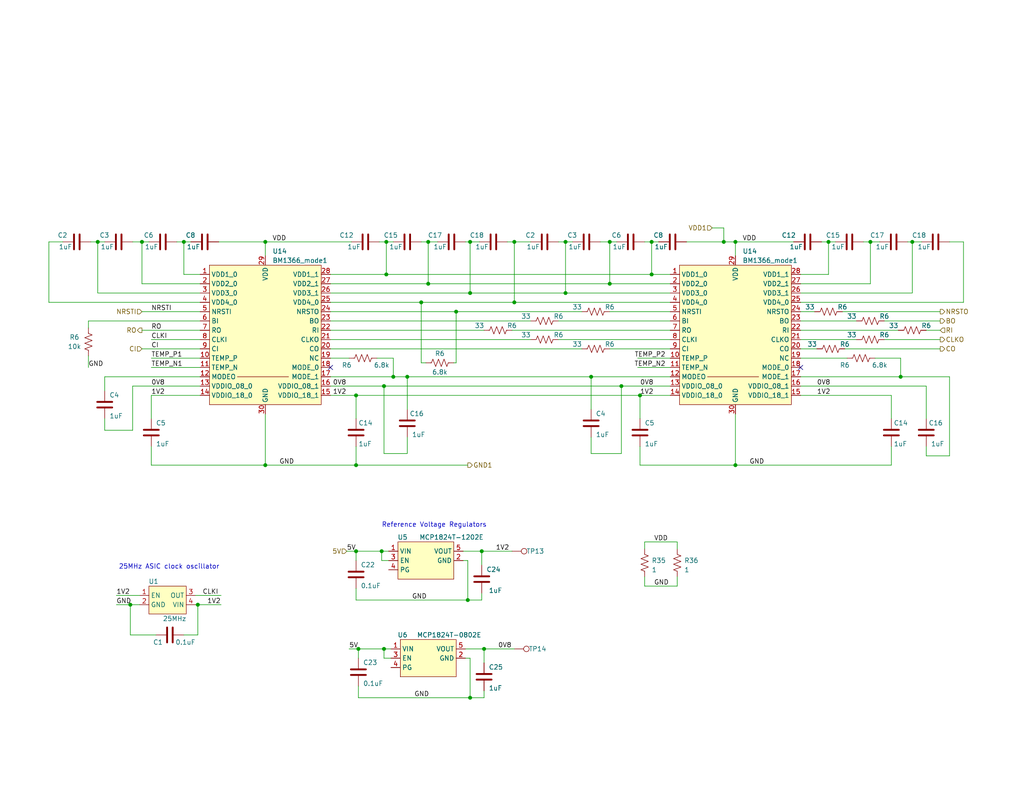
<source format=kicad_sch>
(kicad_sch (version 20230121) (generator eeschema)
  (paper "A")
  (title_block (title "bitaxeUltraHex") (date "2023-06-11") (rev "1"))
  (lib_symbols
    (symbol "Connector:TestPoint" (pin_numbers hide) (pin_names (offset 0.762) hide)
      (property "Reference" "TP" (at 0 6.858 0))
      (property "Value" "TestPoint" (at 0 5.08 0))
      (symbol "TestPoint_0_1"
        (circle (center 0 3.302) (radius 0.762))
      )
      (symbol "TestPoint_1_1"
        (pin passive line (at 0 0 90) (length 2.54) (name "1") (number "1"))
      )
    )
    (symbol "Device:C" (pin_numbers hide) (pin_names (offset 0.254))
      (property "Reference" "C" (at 0.635 2.54 0))
      (property "Value" "C" (at 0.635 -2.54 0))
      (symbol "C_0_1"
        (polyline (pts (xy -2.032 -0.762) (xy 2.032 -0.762)) (stroke (width 0.508)))
        (polyline (pts (xy -2.032 0.762) (xy 2.032 0.762)) (stroke (width 0.508)))
      )
      (symbol "C_1_1"
        (pin passive line (at 0 3.81 270) (length 2.794) (name "~") (number "1"))
        (pin passive line (at 0 -3.81 90) (length 2.794) (name "~") (number "2"))
      )
    )
    (symbol "Device:R_US" (pin_numbers hide) (pin_names (offset 0))
      (property "Reference" "R" (at 2.54 0 90))
      (property "Value" "R_US" (at -2.54 0 90))
      (symbol "R_US_0_1"
        (polyline (pts (xy 0 -2.286) (xy 0 -2.54)))
        (polyline (pts (xy 0 2.286) (xy 0 2.54)))
        (polyline (pts (xy 0 -0.762) (xy 1.016 -1.143) (xy 0 -1.524) (xy -1.016 -1.905) (xy 0 -2.286)))
        (polyline (pts (xy 0 0.762) (xy 1.016 0.381) (xy 0 0) (xy -1.016 -0.381) (xy 0 -0.762)))
        (polyline (pts (xy 0 2.286) (xy 1.016 1.905) (xy 0 1.524) (xy -1.016 1.143) (xy 0 0.762)))
      )
      (symbol "R_US_1_1"
        (pin passive line (at 0 3.81 270) (length 1.27) (name "~") (number "1"))
        (pin passive line (at 0 -3.81 90) (length 1.27) (name "~") (number "2"))
      )
    )
    (symbol "MCP1824_1"
      (property "Reference" "U" (at -7.62 5.08 0))
      (property "Value" "MCP1824_1" (at 5.08 5.08 0))
      (symbol "MCP1824_1_0_1"
        (rectangle (start -7.62 3.81) (end 7.62 -6.35) (stroke (width 0.1524)) (fill (type background)))
      )
      (symbol "MCP1824_1_1_0"
        (pin bidirectional line (at -10.16 1.27 0) (length 2.54) (name "VIN") (number "1"))
        (pin bidirectional line (at 10.16 -1.27 180) (length 2.54) (name "GND") (number "2"))
        (pin bidirectional line (at -10.16 -1.27 0) (length 2.54) (name "EN") (number "3"))
        (pin bidirectional line (at -10.16 -3.81 0) (length 2.54) (name "PG") (number "4"))
        (pin bidirectional line (at 10.16 1.27 180) (length 2.54) (name "VOUT") (number "5"))
      )
    )
    (symbol "bitaxe:BM1366_mode1"
      (property "Reference" "U" (at -13.97 21.59 0))
      (property "Value" "BM1366_mode1" (at -11.43 -19.05 0))
      (symbol "BM1366_mode1_0_1"
        (rectangle (start -15.24 20.32) (end 15.24 -17.78) (fill (type background)))
        (polyline (pts (xy -7.62 -10.16) (xy 6.35 -10.16)))
      )
      (symbol "BM1366_mode1_1_1"
        (pin input line (at -17.78 17.78 0) (length 2.54) (name "VDD1_0") (number "1"))
        (pin input line (at -17.78 -5.08 0) (length 2.54) (name "TEMP_P") (number "10"))
        (pin input line (at -17.78 -7.62 0) (length 2.54) (name "TEMP_N") (number "11"))
        (pin input line (at -17.78 -10.16 0) (length 2.54) (name "MODEO") (number "12"))
        (pin input line (at -17.78 -12.7 0) (length 2.54) (name "VDDIO_08_0") (number "13"))
        (pin input line (at -17.78 -15.24 0) (length 2.54) (name "VDDIO_18_0") (number "14"))
        (pin input line (at 17.78 -15.24 180) (length 2.54) (name "VDDIO_18_1") (number "15"))
        (pin input line (at 17.78 -12.7 180) (length 2.54) (name "VDDIO_08_1") (number "16"))
        (pin input line (at 17.78 -10.16 180) (length 2.54) (name "MODE_1") (number "17"))
        (pin input line (at 17.78 -7.62 180) (length 2.54) (name "MODE_0") (number "18"))
        (pin input line (at 17.78 -5.08 180) (length 2.54) (name "NC") (number "19"))
        (pin input line (at -17.78 15.24 0) (length 2.54) (name "VDD2_0") (number "2"))
        (pin input line (at 17.78 -2.54 180) (length 2.54) (name "CO") (number "20"))
        (pin input line (at 17.78 0 180) (length 2.54) (name "CLKO") (number "21"))
        (pin input line (at 17.78 2.54 180) (length 2.54) (name "RI") (number "22"))
        (pin input line (at 17.78 5.08 180) (length 2.54) (name "BO") (number "23"))
        (pin input line (at 17.78 7.62 180) (length 2.54) (name "NRSTO") (number "24"))
        (pin input line (at 17.78 10.16 180) (length 2.54) (name "VDD4_0") (number "25"))
        (pin input line (at 17.78 12.7 180) (length 2.54) (name "VDD3_1") (number "26"))
        (pin input line (at 17.78 15.24 180) (length 2.54) (name "VDD2_1") (number "27"))
        (pin input line (at 17.78 17.78 180) (length 2.54) (name "VDD1_1") (number "28"))
        (pin input line (at 0 22.86 270) (length 2.54) (name "VDD") (number "29"))
        (pin input line (at -17.78 12.7 0) (length 2.54) (name "VDD3_0") (number "3"))
        (pin input line (at 0 -20.32 90) (length 2.54) (name "GND") (number "30"))
        (pin input line (at -17.78 10.16 0) (length 2.54) (name "VDD4_0") (number "4"))
        (pin input line (at -17.78 7.62 0) (length 2.54) (name "NRSTI") (number "5"))
        (pin input line (at -17.78 5.08 0) (length 2.54) (name "BI") (number "6"))
        (pin input line (at -17.78 2.54 0) (length 2.54) (name "RO") (number "7"))
        (pin input line (at -17.78 0 0) (length 2.54) (name "CLKI") (number "8"))
        (pin input line (at -17.78 -2.54 0) (length 2.54) (name "CI") (number "9"))
      )
    )
    (symbol "bitaxe:MCP1824"
      (property "Reference" "U" (at -7.62 5.08 0))
      (property "Value" "MCP1824" (at 5.08 5.08 0))
      (symbol "MCP1824_0_1"
        (rectangle (start -7.62 3.81) (end 7.62 -6.35) (stroke (width 0.1524)) (fill (type background)))
      )
      (symbol "MCP1824_1_0"
        (pin bidirectional line (at -10.16 1.27 0) (length 2.54) (name "VIN") (number "1"))
        (pin bidirectional line (at 10.16 -1.27 180) (length 2.54) (name "GND") (number "2"))
        (pin bidirectional line (at -10.16 -1.27 0) (length 2.54) (name "EN") (number "3"))
        (pin bidirectional line (at -10.16 -3.81 0) (length 2.54) (name "PG") (number "4"))
        (pin bidirectional line (at 10.16 1.27 180) (length 2.54) (name "VOUT") (number "5"))
      )
    )
    (symbol "bitaxe:oscillator"
      (property "Reference" "U" (at -3.81 5.08 0))
      (property "Value" "oscillator" (at 0 -5.08 0))
      (symbol "oscillator_0_1"
        (rectangle (start -5.08 3.81) (end 5.08 -3.81) (stroke (width 0.1524)) (fill (type background)))
      )
      (symbol "oscillator_1_0"
        (pin bidirectional line (at -7.62 1.27 0) (length 2.54) (name "EN") (number "1"))
        (pin bidirectional line (at -7.62 -1.27 0) (length 2.54) (name "GND") (number "2"))
        (pin bidirectional line (at 7.62 1.27 180) (length 2.54) (name "OUT") (number "3"))
        (pin bidirectional line (at 7.62 -1.27 180) (length 2.54) (name "VIN") (number "4"))
      )
    )
  )
  (junction (at 128.27 190.5) (diameter 0.9144))
  (junction (at 174.625 107.95))
  (junction (at 97.155 127))
  (junction (at 116.84 66.04))
  (junction (at 132.08 177.165) (diameter 0.9144))
  (junction (at 97.155 150.495) (diameter 0.9144))
  (junction (at 237.49 66.04))
  (junction (at 248.92 66.04))
  (junction (at 114.935 82.55))
  (junction (at 166.37 66.04))
  (junction (at 140.335 82.55))
  (junction (at 97.79 177.165) (diameter 0.9144))
  (junction (at 53.975 165.1))
  (junction (at 104.14 150.495))
  (junction (at 128.27 66.04))
  (junction (at 35.56 165.1))
  (junction (at 154.305 80.01))
  (junction (at 131.445 150.495) (diameter 0.9144))
  (junction (at 104.775 177.165))
  (junction (at 38.735 66.04))
  (junction (at 105.41 74.93))
  (junction (at 245.745 102.87))
  (junction (at 72.39 127))
  (junction (at 111.125 102.87))
  (junction (at 177.8 74.93))
  (junction (at 116.84 77.47))
  (junction (at 107.315 102.87))
  (junction (at 128.27 80.01))
  (junction (at 97.155 107.95))
  (junction (at 124.46 85.09))
  (junction (at 197.485 66.04))
  (junction (at 169.545 105.41))
  (junction (at 177.8 66.04))
  (junction (at 104.775 105.41))
  (junction (at 105.41 66.04))
  (junction (at 200.66 127))
  (junction (at 161.29 102.87))
  (junction (at 154.305 66.04))
  (junction (at 127.635 163.83) (diameter 0.9144))
  (junction (at 140.335 66.04))
  (junction (at 226.06 66.04))
  (junction (at 166.37 77.47))
  (junction (at 50.165 66.04))
  (junction (at 26.67 66.04))
  (junction (at 200.66 66.04))
  (junction (at 72.39 66.04))
  (no_connect (at 218.44 100.33))
  (no_connect (at 90.17 100.33))
  (wire (pts (xy 28.575 102.87) (xy 54.61 102.87)))
  (wire (pts (xy 104.775 177.165) (xy 106.68 177.165)))
  (wire (pts (xy 127 66.04) (xy 128.27 66.04)))
  (wire (pts (xy 36.195 117.475) (xy 28.575 117.475)))
  (wire (pts (xy 41.275 107.95) (xy 54.61 107.95)))
  (wire (pts (xy 107.315 102.87) (xy 111.125 102.87)))
  (wire (pts (xy 218.44 97.79) (xy 231.14 97.79)))
  (wire (pts (xy 139.7 90.17) (xy 182.88 90.17)))
  (wire (pts (xy 26.67 80.01) (xy 26.67 66.04)))
  (wire (pts (xy 97.155 163.83) (xy 127.635 163.83)))
  (wire (pts (xy 48.26 66.04) (xy 50.165 66.04)))
  (wire (pts (xy 262.89 66.04) (xy 259.08 66.04)))
  (wire (pts (xy 131.445 150.495) (xy 131.445 154.305)))
  (wire (pts (xy 174.625 107.95) (xy 174.625 114.3)))
  (wire (pts (xy 97.79 187.325) (xy 97.79 190.5)))
  (wire (pts (xy 97.79 177.165) (xy 104.775 177.165)))
  (wire (pts (xy 161.29 102.87) (xy 182.88 102.87)))
  (wire (pts (xy 152.4 66.04) (xy 154.305 66.04)))
  (wire (pts (xy 104.775 105.41) (xy 104.775 123.825)))
  (wire (pts (xy 41.275 100.33) (xy 54.61 100.33)))
  (wire (pts (xy 41.275 127) (xy 72.39 127)))
  (wire (pts (xy 38.735 90.17) (xy 54.61 90.17)))
  (wire (pts (xy 245.745 102.87) (xy 259.08 102.87)))
  (wire (pts (xy 114.935 82.55) (xy 140.335 82.55)))
  (wire (pts (xy 224.155 66.04) (xy 226.06 66.04)))
  (wire (pts (xy 166.37 85.09) (xy 182.88 85.09)))
  (wire (pts (xy 174.625 121.92) (xy 174.625 127)))
  (wire (pts (xy 218.44 80.01) (xy 248.92 80.01)))
  (wire (pts (xy 90.17 77.47) (xy 116.84 77.47)))
  (wire (pts (xy 13.335 82.55) (xy 13.335 66.04)))
  (wire (pts (xy 104.775 105.41) (xy 169.545 105.41)))
  (wire (pts (xy 200.66 113.03) (xy 200.66 127)))
  (wire (pts (xy 102.87 97.79) (xy 107.315 97.79)))
  (wire (pts (xy 140.335 66.04) (xy 144.78 66.04)))
  (wire (pts (xy 177.8 66.04) (xy 179.705 66.04)))
  (wire (pts (xy 128.27 66.04) (xy 130.81 66.04)))
  (wire (pts (xy 161.29 123.825) (xy 161.29 119.38)))
  (wire (pts (xy 218.44 77.47) (xy 237.49 77.47)))
  (wire (pts (xy 59.69 66.04) (xy 72.39 66.04)))
  (wire (pts (xy 24.13 87.63) (xy 24.13 89.535)))
  (wire (pts (xy 97.155 127) (xy 127.635 127)))
  (wire (pts (xy 128.27 190.5) (xy 97.79 190.5)))
  (wire (pts (xy 184.785 160.02) (xy 175.895 160.02)))
  (wire (pts (xy 116.84 77.47) (xy 166.37 77.47)))
  (wire (pts (xy 31.75 162.56) (xy 38.1 162.56)))
  (wire (pts (xy 53.34 165.1) (xy 53.975 165.1)))
  (wire (pts (xy 72.39 127) (xy 97.155 127)))
  (wire (pts (xy 90.17 97.79) (xy 95.25 97.79)))
  (wire (pts (xy 116.205 99.06) (xy 114.935 99.06)))
  (wire (pts (xy 140.335 66.04) (xy 138.43 66.04)))
  (wire (pts (xy 174.625 107.95) (xy 182.88 107.95)))
  (wire (pts (xy 131.445 150.495) (xy 139.7 150.495)))
  (wire (pts (xy 97.155 121.92) (xy 97.155 127)))
  (wire (pts (xy 97.155 160.655) (xy 97.155 163.83)))
  (wire (pts (xy 218.44 105.41) (xy 252.73 105.41)))
  (wire (pts (xy 90.17 74.93) (xy 105.41 74.93)))
  (wire (pts (xy 105.41 66.04) (xy 107.315 66.04)))
  (wire (pts (xy 127.635 153.035) (xy 127.635 163.83)))
  (wire (pts (xy 38.735 77.47) (xy 38.735 66.04)))
  (wire (pts (xy 28.575 117.475) (xy 28.575 114.3)))
  (wire (pts (xy 38.735 66.04) (xy 40.64 66.04)))
  (wire (pts (xy 111.125 123.825) (xy 111.125 119.38)))
  (wire (pts (xy 104.775 179.705) (xy 104.775 177.165)))
  (wire (pts (xy 128.27 179.705) (xy 127 179.705)))
  (wire (pts (xy 104.14 153.035) (xy 106.045 153.035)))
  (wire (pts (xy 194.31 62.23) (xy 197.485 62.23)))
  (wire (pts (xy 229.87 85.09) (xy 256.54 85.09)))
  (wire (pts (xy 107.315 97.79) (xy 107.315 102.87)))
  (wire (pts (xy 53.975 165.1) (xy 60.325 165.1)))
  (wire (pts (xy 35.56 165.1) (xy 38.1 165.1)))
  (wire (pts (xy 128.27 80.01) (xy 128.27 66.04)))
  (wire (pts (xy 90.17 92.71) (xy 144.78 92.71)))
  (wire (pts (xy 230.505 95.25) (xy 256.54 95.25)))
  (wire (pts (xy 97.79 177.165) (xy 97.79 179.705)))
  (wire (pts (xy 104.775 123.825) (xy 111.125 123.825)))
  (wire (pts (xy 132.08 177.165) (xy 140.335 177.165)))
  (wire (pts (xy 131.445 163.83) (xy 127.635 163.83)))
  (wire (pts (xy 247.65 66.04) (xy 248.92 66.04)))
  (wire (pts (xy 175.895 160.02) (xy 175.895 157.48)))
  (wire (pts (xy 218.44 90.17) (xy 245.11 90.17)))
  (wire (pts (xy 90.17 105.41) (xy 104.775 105.41)))
  (wire (pts (xy 218.44 87.63) (xy 233.68 87.63)))
  (wire (pts (xy 97.155 150.495) (xy 97.155 153.035)))
  (wire (pts (xy 36.195 66.04) (xy 38.735 66.04)))
  (wire (pts (xy 169.545 105.41) (xy 169.545 123.825)))
  (wire (pts (xy 218.44 82.55) (xy 262.89 82.55)))
  (wire (pts (xy 132.08 190.5) (xy 128.27 190.5)))
  (wire (pts (xy 26.67 66.04) (xy 28.575 66.04)))
  (wire (pts (xy 154.305 66.04) (xy 156.21 66.04)))
  (wire (pts (xy 50.165 74.93) (xy 54.61 74.93)))
  (wire (pts (xy 26.67 80.01) (xy 54.61 80.01)))
  (wire (pts (xy 94.615 150.495) (xy 97.155 150.495)))
  (wire (pts (xy 104.775 179.705) (xy 106.68 179.705)))
  (wire (pts (xy 252.73 90.17) (xy 256.54 90.17)))
  (wire (pts (xy 218.44 102.87) (xy 245.745 102.87)))
  (wire (pts (xy 166.37 95.25) (xy 182.88 95.25)))
  (wire (pts (xy 140.335 82.55) (xy 182.88 82.55)))
  (wire (pts (xy 97.155 107.95) (xy 97.155 114.3)))
  (wire (pts (xy 126.365 150.495) (xy 131.445 150.495)))
  (wire (pts (xy 235.585 66.04) (xy 237.49 66.04)))
  (wire (pts (xy 38.735 77.47) (xy 54.61 77.47)))
  (wire (pts (xy 216.535 66.04) (xy 200.66 66.04)))
  (wire (pts (xy 50.165 173.355) (xy 53.975 173.355)))
  (wire (pts (xy 105.41 74.93) (xy 105.41 66.04)))
  (wire (pts (xy 173.99 100.33) (xy 182.88 100.33)))
  (wire (pts (xy 259.08 102.87) (xy 259.08 124.46)))
  (wire (pts (xy 177.8 66.04) (xy 177.8 74.93)))
  (wire (pts (xy 262.89 82.55) (xy 262.89 66.04)))
  (wire (pts (xy 105.41 74.93) (xy 177.8 74.93)))
  (wire (pts (xy 116.84 66.04) (xy 119.38 66.04)))
  (wire (pts (xy 31.75 165.1) (xy 35.56 165.1)))
  (wire (pts (xy 13.335 66.04) (xy 17.145 66.04)))
  (wire (pts (xy 154.305 80.01) (xy 182.88 80.01)))
  (wire (pts (xy 243.205 107.95) (xy 243.205 114.3)))
  (wire (pts (xy 248.92 80.01) (xy 248.92 66.04)))
  (wire (pts (xy 90.17 95.25) (xy 158.75 95.25)))
  (wire (pts (xy 111.125 102.87) (xy 161.29 102.87)))
  (wire (pts (xy 114.935 99.06) (xy 114.935 82.55)))
  (wire (pts (xy 24.765 66.04) (xy 26.67 66.04)))
  (wire (pts (xy 218.44 107.95) (xy 243.205 107.95)))
  (wire (pts (xy 218.44 74.93) (xy 226.06 74.93)))
  (wire (pts (xy 36.195 105.41) (xy 54.61 105.41)))
  (wire (pts (xy 173.99 97.79) (xy 182.88 97.79)))
  (wire (pts (xy 252.73 105.41) (xy 252.73 114.3)))
  (wire (pts (xy 95.885 66.04) (xy 72.39 66.04)))
  (wire (pts (xy 175.895 66.04) (xy 177.8 66.04)))
  (wire (pts (xy 54.61 82.55) (xy 13.335 82.55)))
  (wire (pts (xy 41.275 97.79) (xy 54.61 97.79)))
  (wire (pts (xy 90.17 80.01) (xy 128.27 80.01)))
  (wire (pts (xy 90.17 107.95) (xy 97.155 107.95)))
  (wire (pts (xy 131.445 161.925) (xy 131.445 163.83)))
  (wire (pts (xy 237.49 77.47) (xy 237.49 66.04)))
  (wire (pts (xy 174.625 127) (xy 200.66 127)))
  (wire (pts (xy 90.17 82.55) (xy 114.935 82.55)))
  (wire (pts (xy 197.485 66.04) (xy 200.66 66.04)))
  (wire (pts (xy 175.895 147.955) (xy 184.785 147.955)))
  (wire (pts (xy 132.08 177.165) (xy 132.08 180.975)))
  (wire (pts (xy 35.56 173.355) (xy 35.56 165.1)))
  (wire (pts (xy 248.92 66.04) (xy 251.46 66.04)))
  (wire (pts (xy 124.46 85.09) (xy 124.46 99.06)))
  (wire (pts (xy 24.13 97.155) (xy 24.13 100.33)))
  (wire (pts (xy 127.635 153.035) (xy 126.365 153.035)))
  (wire (pts (xy 166.37 77.47) (xy 166.37 66.04)))
  (wire (pts (xy 111.125 111.76) (xy 111.125 102.87)))
  (wire (pts (xy 169.545 123.825) (xy 161.29 123.825)))
  (wire (pts (xy 241.3 87.63) (xy 256.54 87.63)))
  (wire (pts (xy 104.14 153.035) (xy 104.14 150.495)))
  (wire (pts (xy 252.73 124.46) (xy 252.73 121.92)))
  (wire (pts (xy 123.825 99.06) (xy 124.46 99.06)))
  (wire (pts (xy 38.735 95.25) (xy 54.61 95.25)))
  (wire (pts (xy 218.44 95.25) (xy 222.885 95.25)))
  (wire (pts (xy 140.335 82.55) (xy 140.335 66.04)))
  (wire (pts (xy 41.275 107.95) (xy 41.275 114.3)))
  (wire (pts (xy 226.06 66.04) (xy 227.965 66.04)))
  (wire (pts (xy 218.44 92.71) (xy 233.68 92.71)))
  (wire (pts (xy 72.39 66.04) (xy 72.39 69.85)))
  (wire (pts (xy 97.155 150.495) (xy 104.14 150.495)))
  (wire (pts (xy 184.785 147.955) (xy 184.785 149.86)))
  (wire (pts (xy 243.205 121.92) (xy 243.205 127)))
  (wire (pts (xy 116.84 77.47) (xy 116.84 66.04)))
  (wire (pts (xy 28.575 102.87) (xy 28.575 106.68)))
  (wire (pts (xy 184.785 157.48) (xy 184.785 160.02)))
  (wire (pts (xy 90.17 85.09) (xy 124.46 85.09)))
  (wire (pts (xy 169.545 105.41) (xy 182.88 105.41)))
  (wire (pts (xy 154.305 80.01) (xy 154.305 66.04)))
  (wire (pts (xy 41.275 92.71) (xy 54.61 92.71)))
  (wire (pts (xy 42.545 173.355) (xy 35.56 173.355)))
  (wire (pts (xy 161.29 102.87) (xy 161.29 111.76)))
  (wire (pts (xy 103.505 66.04) (xy 105.41 66.04)))
  (wire (pts (xy 128.27 80.01) (xy 154.305 80.01)))
  (wire (pts (xy 175.895 149.86) (xy 175.895 147.955)))
  (wire (pts (xy 50.165 66.04) (xy 50.165 74.93)))
  (wire (pts (xy 38.735 85.09) (xy 54.61 85.09)))
  (wire (pts (xy 90.17 102.87) (xy 107.315 102.87)))
  (wire (pts (xy 53.34 162.56) (xy 60.325 162.56)))
  (wire (pts (xy 200.66 127) (xy 243.205 127)))
  (wire (pts (xy 152.4 87.63) (xy 182.88 87.63)))
  (wire (pts (xy 197.485 62.23) (xy 197.485 66.04)))
  (wire (pts (xy 132.08 188.595) (xy 132.08 190.5)))
  (wire (pts (xy 104.14 150.495) (xy 106.045 150.495)))
  (wire (pts (xy 177.8 74.93) (xy 182.88 74.93)))
  (wire (pts (xy 152.4 92.71) (xy 182.88 92.71)))
  (wire (pts (xy 241.3 92.71) (xy 256.54 92.71)))
  (wire (pts (xy 124.46 85.09) (xy 158.75 85.09)))
  (wire (pts (xy 166.37 77.47) (xy 182.88 77.47)))
  (wire (pts (xy 90.17 90.17) (xy 132.08 90.17)))
  (wire (pts (xy 97.155 107.95) (xy 174.625 107.95)))
  (wire (pts (xy 114.935 66.04) (xy 116.84 66.04)))
  (wire (pts (xy 53.975 173.355) (xy 53.975 165.1)))
  (wire (pts (xy 166.37 66.04) (xy 168.275 66.04)))
  (wire (pts (xy 245.745 97.79) (xy 245.745 102.87)))
  (wire (pts (xy 218.44 85.09) (xy 222.25 85.09)))
  (wire (pts (xy 237.49 66.04) (xy 240.03 66.04)))
  (wire (pts (xy 127 177.165) (xy 132.08 177.165)))
  (wire (pts (xy 90.17 87.63) (xy 144.78 87.63)))
  (wire (pts (xy 36.195 105.41) (xy 36.195 117.475)))
  (wire (pts (xy 259.08 124.46) (xy 252.73 124.46)))
  (wire (pts (xy 72.39 113.03) (xy 72.39 127)))
  (wire (pts (xy 95.25 177.165) (xy 97.79 177.165)))
  (wire (pts (xy 187.325 66.04) (xy 197.485 66.04)))
  (wire (pts (xy 128.27 179.705) (xy 128.27 190.5)))
  (wire (pts (xy 226.06 74.93) (xy 226.06 66.04)))
  (wire (pts (xy 238.76 97.79) (xy 245.745 97.79)))
  (wire (pts (xy 50.165 66.04) (xy 52.07 66.04)))
  (wire (pts (xy 163.83 66.04) (xy 166.37 66.04)))
  (wire (pts (xy 41.275 121.92) (xy 41.275 127)))
  (wire (pts (xy 24.13 87.63) (xy 54.61 87.63)))
  (wire (pts (xy 200.66 66.04) (xy 200.66 69.85)))
  (text "25MHz ASIC clock oscillator" (at 32.385 155.575 0) (effects (font (size 1.27 1.27)) (justify left bottom)))
  (text "Reference Voltage Regulators" (at 104.14 144.145 0) (effects (font (size 1.27 1.27)) (justify left bottom)))
  (label "0V8" (at 41.275 105.41 0))
  (label "GND" (at 24.13 100.33 0))
  (label "GND" (at 204.47 127 0))
  (label "RO" (at 41.275 90.17 0))
  (label "GND" (at 112.395 163.83 0))
  (label "VDD" (at 202.565 66.04 0))
  (label "1V2" (at 31.75 162.56 0))
  (label "CLKI" (at 41.275 92.71 0))
  (label "VDD" (at 74.295 66.04 0))
  (label "1V2" (at 135.255 150.495 0))
  (label "GND" (at 113.03 190.5 0))
  (label "GND" (at 178.435 160.02 0))
  (label "TEMP_N1" (at 41.275 100.33 0))
  (label "0V8" (at 174.625 105.41 0))
  (label "TEMP_P2" (at 181.61 97.79 180))
  (label "0V8" (at 222.885 105.41 0))
  (label "TEMP_P1" (at 41.275 97.79 0))
  (label "1V2" (at 90.805 107.95 0))
  (label "1V2" (at 56.515 165.1 0))
  (label "TEMP_N2" (at 181.61 100.33 180))
  (label "CI" (at 41.275 95.25 0))
  (label "0V8" (at 135.89 177.165 0))
  (label "0V8" (at 90.805 105.41 0))
  (label "GND" (at 31.75 165.1 0))
  (label "NRSTI" (at 41.275 85.09 0))
  (label "CLKI" (at 55.245 162.56 0))
  (label "1V2" (at 41.275 107.95 0))
  (label "1V2" (at 174.625 107.95 0))
  (label "VDD" (at 178.435 147.955 0))
  (label "GND" (at 76.2 127 0))
  (label "5V" (at 94.615 150.495 0))
  (label "5V" (at 95.25 177.165 0))
  (label "1V2" (at 222.885 107.95 0))
  (hierarchical_label "NRSTI" (shape input) (at 38.735 85.09 180))
  (hierarchical_label "CLKO" (shape output) (at 256.54 92.71 0))
  (hierarchical_label "CI" (shape input) (at 38.735 95.25 180))
  (hierarchical_label "5V" (shape input) (at 94.615 150.495 180))
  (hierarchical_label "NRSTO" (shape output) (at 256.54 85.09 0))
  (hierarchical_label "CO" (shape output) (at 256.54 95.25 0))
  (hierarchical_label "GND1" (shape output) (at 127.635 127 0))
  (hierarchical_label "VDD1" (shape input) (at 194.31 62.23 180))
  (hierarchical_label "BO" (shape output) (at 256.54 87.63 0))
  (hierarchical_label "RI" (shape input) (at 256.54 90.17 0))
  (hierarchical_label "RO" (shape output) (at 38.735 90.17 180))
  (symbol (lib_id "Device:C") (at 20.955 66.04 90) (unit 1)
    (property "Reference" "C2" (at 18.415 63.5 90) (effects (justify left bottom)))
    (property "Value" "1uF" (at 19.685 66.675 90) (effects (justify left bottom)))
    (property "Footprint" "Capacitor_SMD:C_0402_1005Metric" (effects hide))
    (property "DK" "587-5514-1-ND" (effects hide))
    (property "PARTNO" "EMK105BJ105MV-F" (effects hide))
  )
  (symbol (lib_id "Device:C") (at 172.085 66.04 90) (unit 1)
    (property "Reference" "C6" (at 169.545 63.5 90) (effects (justify left bottom)))
    (property "Value" "1uF" (at 170.815 66.675 90) (effects (justify left bottom)))
    (property "Footprint" "Capacitor_SMD:C_0402_1005Metric" (effects hide))
    (property "DK" "587-5514-1-ND" (effects hide))
    (property "PARTNO" "EMK105BJ105MV-F" (effects hide))
  )
  (symbol (lib_id "Device:C") (at 183.515 66.04 90) (unit 1)
    (property "Reference" "C8" (at 180.975 63.5 90) (effects (justify left bottom)))
    (property "Value" "1uF" (at 182.245 66.675 90) (effects (justify left bottom)))
    (property "Footprint" "Capacitor_SMD:C_0402_1005Metric" (effects hide))
    (property "DK" "587-5514-1-ND" (effects hide))
    (property "PARTNO" "EMK105BJ105MV-F" (effects hide))
  )
  (symbol (lib_id "bitaxe:BM1366_mode1") (at 72.39 92.71 0) (unit 1)
    (property "Reference" "U14" (at 74.3459 68.58 0) (effects (justify left)))
    (property "Value" "BM1366_mode1" (at 74.3459 71.12 0) (effects (justify left)))
    (property "Footprint" "bitaxe:BM1366" (effects hide))
  )
  (symbol (lib_id "Device:C") (at 55.88 66.04 90) (unit 1)
    (property "Reference" "C8" (at 53.34 63.5 90) (effects (justify left bottom)))
    (property "Value" "1uF" (at 54.61 66.675 90) (effects (justify left bottom)))
    (property "Footprint" "Capacitor_SMD:C_0402_1005Metric" (effects hide))
    (property "DK" "587-5514-1-ND" (effects hide))
    (property "PARTNO" "EMK105BJ105MV-F" (effects hide))
  )
  (symbol (lib_id "Device:R_US") (at 162.56 95.25 90) (unit 1)
    (property "Reference" "R6" (at 166.37 93.98 90))
    (property "Value" "33" (at 157.48 93.98 90))
    (property "Footprint" "Resistor_SMD:R_0402_1005Metric" (effects hide))
  )
  (symbol (lib_id "Device:C") (at 111.125 66.04 90) (unit 1)
    (property "Reference" "C15" (at 108.585 63.5 90) (effects (justify left bottom)))
    (property "Value" "1uF" (at 109.855 66.675 90) (effects (justify left bottom)))
    (property "Footprint" "Capacitor_SMD:C_0402_1005Metric" (effects hide))
    (property "DK" "587-5514-1-ND" (effects hide))
    (property "PARTNO" "EMK105BJ105MV-F" (effects hide))
  )
  (symbol (lib_id "Device:R_US") (at 148.59 87.63 90) (unit 1)
    (property "Reference" "R6" (at 152.4 86.36 90))
    (property "Value" "33" (at 143.51 86.36 90))
    (property "Footprint" "Resistor_SMD:R_0402_1005Metric" (effects hide))
  )
  (symbol (lib_id "bitaxe:MCP1824") (at 116.205 151.765 0) (unit 1)
    (property "Reference" "U5" (at 109.855 146.685 0))
    (property "Value" "MCP1824T-1202E" (at 123.19 146.685 0))
    (property "Footprint" "Package_TO_SOT_SMD:SOT-23-5" (effects hide))
    (property "Datasheet" "https://ww1.microchip.com/downloads/en/DeviceDoc/22070a.pdf" (effects hide))
    (property "PARTNO" "MCP1824T-1202E/OT" (effects hide))
    (property "DK" "MCP1824T-1202E/OTCT-ND" (effects hide))
  )
  (symbol (lib_id "Device:R_US") (at 120.015 99.06 90) (unit 1)
    (property "Reference" "R6" (at 120.015 96.52 90))
    (property "Value" "6.8k" (at 120.015 101.6 90))
    (property "Footprint" "Resistor_SMD:R_0402_1005Metric" (effects hide))
  )
  (symbol (lib_id "Device:C") (at 243.84 66.04 90) (unit 1)
    (property "Reference" "C17" (at 241.3 63.5 90) (effects (justify left bottom)))
    (property "Value" "1uF" (at 242.57 66.675 90) (effects (justify left bottom)))
    (property "Footprint" "Capacitor_SMD:C_0402_1005Metric" (effects hide))
    (property "DK" "587-5514-1-ND" (effects hide))
    (property "PARTNO" "EMK105BJ105MV-F" (effects hide))
  )
  (symbol (lib_id "Device:C") (at 32.385 66.04 90) (unit 1)
    (property "Reference" "C3" (at 29.845 63.5 90) (effects (justify left bottom)))
    (property "Value" "1uF" (at 31.115 66.675 90) (effects (justify left bottom)))
    (property "Footprint" "Capacitor_SMD:C_0402_1005Metric" (effects hide))
    (property "DK" "587-5514-1-ND" (effects hide))
    (property "PARTNO" "EMK105BJ105MV-F" (effects hide))
  )
  (symbol (lib_id "Device:C") (at 134.62 66.04 90) (unit 1)
    (property "Reference" "C18" (at 132.08 63.5 90) (effects (justify left bottom)))
    (property "Value" "1uF" (at 133.35 66.675 90) (effects (justify left bottom)))
    (property "Footprint" "Capacitor_SMD:C_0402_1005Metric" (effects hide))
    (property "DK" "587-5514-1-ND" (effects hide))
    (property "PARTNO" "EMK105BJ105MV-F" (effects hide))
  )
  (symbol (lib_id "Device:C") (at 97.155 118.11 0) (unit 1)
    (property "Reference" "C14" (at 97.79 116.205 0) (effects (justify left bottom)))
    (property "Value" "1uF" (at 97.79 121.92 0) (effects (justify left bottom)))
    (property "Footprint" "Capacitor_SMD:C_0402_1005Metric" (effects hide))
    (property "DK" "587-5514-1-ND" (effects hide))
    (property "PARTNO" "EMK105BJ105MV-F" (effects hide))
  )
  (symbol (lib_id "Device:C") (at 41.275 118.11 0) (unit 1)
    (property "Reference" "C5" (at 42.545 116.205 0) (effects (justify left bottom)))
    (property "Value" "1uF" (at 42.545 121.92 0) (effects (justify left bottom)))
    (property "Footprint" "Capacitor_SMD:C_0402_1005Metric" (effects hide))
    (property "DK" "587-5514-1-ND" (effects hide))
    (property "PARTNO" "EMK105BJ105MV-F" (effects hide))
  )
  (symbol (lib_id "Device:C") (at 243.205 118.11 0) (unit 1)
    (property "Reference" "C14" (at 243.84 116.205 0) (effects (justify left bottom)))
    (property "Value" "1uF" (at 243.84 121.92 0) (effects (justify left bottom)))
    (property "Footprint" "Capacitor_SMD:C_0402_1005Metric" (effects hide))
    (property "DK" "587-5514-1-ND" (effects hide))
    (property "PARTNO" "EMK105BJ105MV-F" (effects hide))
  )
  (symbol (lib_id "Device:R_US") (at 234.95 97.79 90) (unit 1)
    (property "Reference" "R6" (at 230.505 99.695 90))
    (property "Value" "6.8k" (at 240.03 99.695 90))
    (property "Footprint" "Resistor_SMD:R_0402_1005Metric" (effects hide))
  )
  (symbol (lib_id "Device:C") (at 46.355 173.355 90) (unit 1)
    (property "Reference" "C1" (at 44.45 174.625 90) (effects (justify left bottom)))
    (property "Value" "0.1uF" (at 53.34 174.625 90) (effects (justify left bottom)))
    (property "Footprint" "Capacitor_SMD:C_0402_1005Metric" (effects hide))
    (property "DK" "1292-1639-1-ND" (effects hide))
    (property "PARTNO" "0402X104K100CT" (effects hide))
  )
  (symbol (lib_name "MCP1824_1") (lib_id "bitaxe:MCP1824") (at 116.84 178.435 0) (unit 1)
    (property "Reference" "U6" (at 109.855 173.355 0))
    (property "Value" "MCP1824T-0802E" (at 122.555 173.355 0))
    (property "Footprint" "Package_TO_SOT_SMD:SOT-23-5" (effects hide))
    (property "Datasheet" "https://ww1.microchip.com/downloads/en/DeviceDoc/22070a.pdf" (effects hide))
    (property "PARTNO" "MCP1824T-0802E/OT" (effects hide))
    (property "DK" "MCP1824T-0802E/OTCT-ND" (effects hide))
  )
  (symbol (lib_id "bitaxe:oscillator") (at 45.72 163.83 0) (unit 1)
    (property "Reference" "U1" (at 41.91 158.75 0))
    (property "Value" "25MHz" (at 47.625 168.91 0))
    (property "Footprint" "bitaxe:O 25,0-JO32-B-1V3-1-T1-LF" (effects hide))
    (property "Datasheet" "https://www.jauch.com/downloadfile/5ef1edcfb8e2f73163c8ce8009ef659d1/jo32-1.8-3.3v.pdf" (effects hide))
    (property "DK" "1908-O250-JO32-B-1V3-1-T1-LFCT-ND" (effects hide))
    (property "PARTNO" "O 25,0-JO32-B-1V3-1-T1-LF" (effects hide))
  )
  (symbol (lib_id "Device:C") (at 97.79 183.515 0) (unit 1)
    (property "Reference" "C23" (at 99.06 181.61 0) (effects (justify left bottom)))
    (property "Value" "0.1uF" (at 99.06 187.325 0) (effects (justify left bottom)))
    (property "Footprint" "Capacitor_SMD:C_0402_1005Metric" (effects hide))
    (property "DK" "1292-1639-1-ND" (effects hide))
    (property "PARTNO" "0402X104K100CT" (effects hide))
  )
  (symbol (lib_id "Device:C") (at 252.73 118.11 0) (unit 1)
    (property "Reference" "C16" (at 253.365 116.205 0) (effects (justify left bottom)))
    (property "Value" "1uF" (at 254 121.92 0) (effects (justify left bottom)))
    (property "Footprint" "Capacitor_SMD:C_0402_1005Metric" (effects hide))
    (property "DK" "587-5514-1-ND" (effects hide))
    (property "PARTNO" "EMK105BJ105MV-F" (effects hide))
  )
  (symbol (lib_id "bitaxe:BM1366_mode1") (at 200.66 92.71 0) (unit 1)
    (property "Reference" "U14" (at 202.6159 68.58 0) (effects (justify left)))
    (property "Value" "BM1366_mode1" (at 202.6159 71.12 0) (effects (justify left)))
    (property "Footprint" "bitaxe:BM1366" (effects hide))
  )
  (symbol (lib_id "Device:C") (at 123.19 66.04 90) (unit 1)
    (property "Reference" "C17" (at 120.65 63.5 90) (effects (justify left bottom)))
    (property "Value" "1uF" (at 121.92 66.675 90) (effects (justify left bottom)))
    (property "Footprint" "Capacitor_SMD:C_0402_1005Metric" (effects hide))
    (property "DK" "587-5514-1-ND" (effects hide))
    (property "PARTNO" "EMK105BJ105MV-F" (effects hide))
  )
  (symbol (lib_id "Device:R_US") (at 99.06 97.79 90) (unit 1)
    (property "Reference" "R6" (at 94.615 99.695 90))
    (property "Value" "6.8k" (at 104.14 99.695 90))
    (property "Footprint" "Resistor_SMD:R_0402_1005Metric" (effects hide))
  )
  (symbol (lib_id "Device:R_US") (at 184.785 153.67 0) (unit 1)
    (property "Reference" "R36" (at 186.69 153.035 0) (effects (justify left)))
    (property "Value" "1" (at 186.69 155.575 0) (effects (justify left)))
    (property "Footprint" "Resistor_SMD:R_2512_6332Metric" (effects hide))
    (instances (project "bitaxeUltraHex" (path "" (reference "R36") (unit 1)) (path "" (reference "R18") (unit 1)) (path "" (reference "R25") (unit 1))))
  )
  (symbol (lib_id "Device:C") (at 174.625 118.11 0) (unit 1)
    (property "Reference" "C5" (at 175.895 116.205 0) (effects (justify left bottom)))
    (property "Value" "1uF" (at 175.895 121.92 0) (effects (justify left bottom)))
    (property "Footprint" "Capacitor_SMD:C_0402_1005Metric" (effects hide))
    (property "DK" "587-5514-1-ND" (effects hide))
    (property "PARTNO" "EMK105BJ105MV-F" (effects hide))
  )
  (symbol (lib_id "Device:C") (at 97.155 156.845 0) (unit 1)
    (property "Reference" "C22" (at 98.425 154.94 0) (effects (justify left bottom)))
    (property "Value" "0.1uF" (at 98.425 160.655 0) (effects (justify left bottom)))
    (property "Footprint" "Capacitor_SMD:C_0402_1005Metric" (effects hide))
    (property "DK" "1292-1639-1-ND" (effects hide))
    (property "PARTNO" "0402X104K100CT" (effects hide))
  )
  (symbol (lib_id "Device:C") (at 160.02 66.04 90) (unit 1)
    (property "Reference" "C3" (at 157.48 63.5 90) (effects (justify left bottom)))
    (property "Value" "1uF" (at 158.75 66.675 90) (effects (justify left bottom)))
    (property "Footprint" "Capacitor_SMD:C_0402_1005Metric" (effects hide))
    (property "DK" "587-5514-1-ND" (effects hide))
    (property "PARTNO" "EMK105BJ105MV-F" (effects hide))
  )
  (symbol (lib_id "Device:R_US") (at 237.49 87.63 90) (unit 1)
    (property "Reference" "R6" (at 241.3 86.36 90))
    (property "Value" "33" (at 232.41 86.36 90))
    (property "Footprint" "Resistor_SMD:R_0402_1005Metric" (effects hide))
  )
  (symbol (lib_id "Device:C") (at 231.775 66.04 90) (unit 1)
    (property "Reference" "C15" (at 229.235 63.5 90) (effects (justify left bottom)))
    (property "Value" "1uF" (at 230.505 66.675 90) (effects (justify left bottom)))
    (property "Footprint" "Capacitor_SMD:C_0402_1005Metric" (effects hide))
    (property "DK" "587-5514-1-ND" (effects hide))
    (property "PARTNO" "EMK105BJ105MV-F" (effects hide))
  )
  (symbol (lib_id "Device:R_US") (at 148.59 92.71 90) (unit 1)
    (property "Reference" "R6" (at 152.4 91.44 90))
    (property "Value" "33" (at 143.51 91.44 90))
    (property "Footprint" "Resistor_SMD:R_0402_1005Metric" (effects hide))
  )
  (symbol (lib_id "Device:R_US") (at 226.695 95.25 90) (unit 1)
    (property "Reference" "R6" (at 230.505 93.98 90))
    (property "Value" "33" (at 221.615 93.98 90))
    (property "Footprint" "Resistor_SMD:R_0402_1005Metric" (effects hide))
  )
  (symbol (lib_id "Connector:TestPoint") (at 139.7 150.495 270) (mirror x) (unit 1) (in_bom no)
    (property "Reference" "TP13" (at 146.05 150.495 90))
    (property "Value" "TestPoint" (effects hide))
    (property "Footprint" "TestPoint:TestPoint_Pad_D1.5mm" (effects hide))
  )
  (symbol (lib_id "Device:C") (at 99.695 66.04 90) (unit 1)
    (property "Reference" "C12" (at 96.52 63.5 90) (effects (justify left bottom)))
    (property "Value" "1uF" (at 98.425 66.675 90) (effects (justify left bottom)))
    (property "Footprint" "Capacitor_SMD:C_0402_1005Metric" (effects hide))
    (property "DK" "587-5514-1-ND" (effects hide))
    (property "PARTNO" "EMK105BJ105MV-F" (effects hide))
  )
  (symbol (lib_id "Device:R_US") (at 162.56 85.09 90) (unit 1)
    (property "Reference" "R6" (at 166.37 83.82 90))
    (property "Value" "33" (at 157.48 83.82 90))
    (property "Footprint" "Resistor_SMD:R_0402_1005Metric" (effects hide))
  )
  (symbol (lib_id "Device:C") (at 220.345 66.04 90) (unit 1)
    (property "Reference" "C12" (at 217.17 63.5 90) (effects (justify left bottom)))
    (property "Value" "1uF" (at 219.075 66.675 90) (effects (justify left bottom)))
    (property "Footprint" "Capacitor_SMD:C_0402_1005Metric" (effects hide))
    (property "DK" "587-5514-1-ND" (effects hide))
    (property "PARTNO" "EMK105BJ105MV-F" (effects hide))
  )
  (symbol (lib_id "Device:R_US") (at 226.06 85.09 90) (unit 1)
    (property "Reference" "R6" (at 229.87 83.82 90))
    (property "Value" "33" (at 220.98 83.82 90))
    (property "Footprint" "Resistor_SMD:R_0402_1005Metric" (effects hide))
  )
  (symbol (lib_id "Device:R_US") (at 175.895 153.67 0) (unit 1)
    (property "Reference" "R35" (at 177.8 153.035 0) (effects (justify left)))
    (property "Value" "1" (at 177.8 155.575 0) (effects (justify left)))
    (property "Footprint" "Resistor_SMD:R_2512_6332Metric" (effects hide))
    (instances (project "bitaxeUltraHex" (path "" (reference "R35") (unit 1)) (path "" (reference "R17") (unit 1)) (path "" (reference "R24") (unit 1))))
  )
  (symbol (lib_id "Device:C") (at 161.29 115.57 0) (unit 1)
    (property "Reference" "C4" (at 162.56 113.665 0) (effects (justify left bottom)))
    (property "Value" "1uF" (at 162.56 119.38 0) (effects (justify left bottom)))
    (property "Footprint" "Capacitor_SMD:C_0402_1005Metric" (effects hide))
    (property "DK" "587-5514-1-ND" (effects hide))
    (property "PARTNO" "EMK105BJ105MV-F" (effects hide))
  )
  (symbol (lib_id "Device:C") (at 148.59 66.04 90) (unit 1)
    (property "Reference" "C2" (at 146.05 63.5 90) (effects (justify left bottom)))
    (property "Value" "1uF" (at 147.32 66.675 90) (effects (justify left bottom)))
    (property "Footprint" "Capacitor_SMD:C_0402_1005Metric" (effects hide))
    (property "DK" "587-5514-1-ND" (effects hide))
    (property "PARTNO" "EMK105BJ105MV-F" (effects hide))
  )
  (symbol (lib_id "Device:R_US") (at 237.49 92.71 90) (unit 1)
    (property "Reference" "R6" (at 241.3 91.44 90))
    (property "Value" "33" (at 232.41 91.44 90))
    (property "Footprint" "Resistor_SMD:R_0402_1005Metric" (effects hide))
  )
  (symbol (lib_id "Device:C") (at 132.08 184.785 0) (unit 1)
    (property "Reference" "C25" (at 133.35 182.88 0) (effects (justify left bottom)))
    (property "Value" "1uF" (at 133.35 188.595 0) (effects (justify left bottom)))
    (property "Footprint" "Capacitor_SMD:C_0402_1005Metric" (effects hide))
    (property "DK" "587-5514-1-ND" (effects hide))
    (property "PARTNO" "EMK105BJ105MV-F" (effects hide))
  )
  (symbol (lib_id "Device:C") (at 111.125 115.57 0) (unit 1)
    (property "Reference" "C16" (at 111.76 113.665 0) (effects (justify left bottom)))
    (property "Value" "1uF" (at 112.395 119.38 0) (effects (justify left bottom)))
    (property "Footprint" "Capacitor_SMD:C_0402_1005Metric" (effects hide))
    (property "DK" "587-5514-1-ND" (effects hide))
    (property "PARTNO" "EMK105BJ105MV-F" (effects hide))
  )
  (symbol (lib_id "Device:C") (at 28.575 110.49 0) (unit 1)
    (property "Reference" "C4" (at 29.845 108.585 0) (effects (justify left bottom)))
    (property "Value" "1uF" (at 29.845 114.3 0) (effects (justify left bottom)))
    (property "Footprint" "Capacitor_SMD:C_0402_1005Metric" (effects hide))
    (property "DK" "587-5514-1-ND" (effects hide))
    (property "PARTNO" "EMK105BJ105MV-F" (effects hide))
  )
  (symbol (lib_id "Device:C") (at 255.27 66.04 90) (unit 1)
    (property "Reference" "C18" (at 252.73 63.5 90) (effects (justify left bottom)))
    (property "Value" "1uF" (at 254 66.675 90) (effects (justify left bottom)))
    (property "Footprint" "Capacitor_SMD:C_0402_1005Metric" (effects hide))
    (property "DK" "587-5514-1-ND" (effects hide))
    (property "PARTNO" "EMK105BJ105MV-F" (effects hide))
  )
  (symbol (lib_id "Device:R_US") (at 24.13 93.345 180) (unit 1)
    (property "Reference" "R6" (at 20.32 92.075 0))
    (property "Value" "10k" (at 20.32 94.615 0))
    (property "Footprint" "Resistor_SMD:R_0402_1005Metric" (effects hide))
  )
  (symbol (lib_id "Device:C") (at 44.45 66.04 90) (unit 1)
    (property "Reference" "C6" (at 41.91 63.5 90) (effects (justify left bottom)))
    (property "Value" "1uF" (at 43.18 66.675 90) (effects (justify left bottom)))
    (property "Footprint" "Capacitor_SMD:C_0402_1005Metric" (effects hide))
    (property "DK" "587-5514-1-ND" (effects hide))
    (property "PARTNO" "EMK105BJ105MV-F" (effects hide))
  )
  (symbol (lib_id "Device:R_US") (at 135.89 90.17 90) (unit 1)
    (property "Reference" "R6" (at 139.7 88.9 90))
    (property "Value" "33" (at 130.81 88.9 90))
    (property "Footprint" "Resistor_SMD:R_0402_1005Metric" (effects hide))
  )
  (symbol (lib_id "Device:R_US") (at 248.92 90.17 90) (unit 1)
    (property "Reference" "R6" (at 252.73 88.9 90))
    (property "Value" "33" (at 243.84 88.9 90))
    (property "Footprint" "Resistor_SMD:R_0402_1005Metric" (effects hide))
  )
  (symbol (lib_id "Device:C") (at 131.445 158.115 0) (unit 1)
    (property "Reference" "C24" (at 132.715 156.21 0) (effects (justify left bottom)))
    (property "Value" "1uF" (at 133.35 161.925 0) (effects (justify left bottom)))
    (property "Footprint" "Capacitor_SMD:C_0402_1005Metric" (effects hide))
    (property "DK" "587-5514-1-ND" (effects hide))
    (property "PARTNO" "EMK105BJ105MV-F" (effects hide))
  )
  (symbol (lib_id "Connector:TestPoint") (at 140.335 177.165 270) (mirror x) (unit 1) (in_bom no)
    (property "Reference" "TP14" (at 146.685 177.165 90))
    (property "Value" "TestPoint" (effects hide))
    (property "Footprint" "TestPoint:TestPoint_Pad_D1.5mm" (effects hide))
  )
)
</source>
